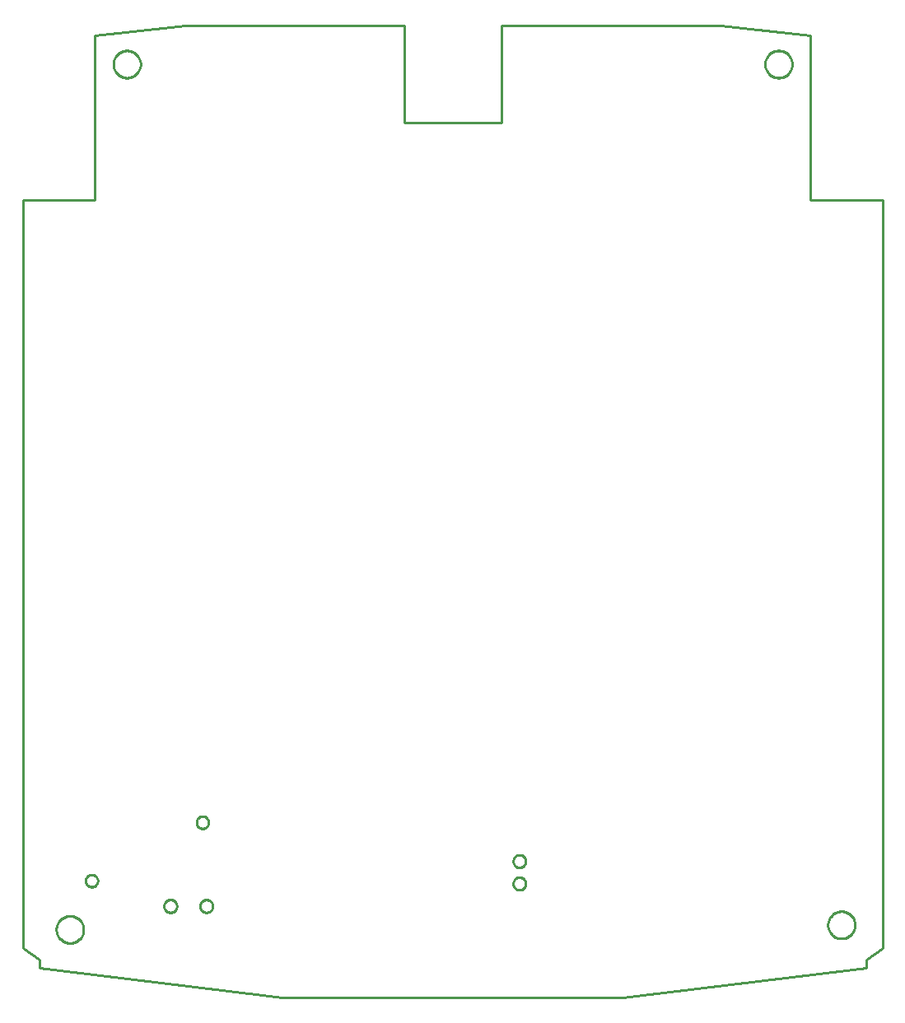
<source format=gbr>
G04 EAGLE Gerber X2 export*
%TF.Part,Single*%
%TF.FileFunction,Profile,NP*%
%TF.FilePolarity,Positive*%
%TF.GenerationSoftware,Autodesk,EAGLE,9.2.0*%
%TF.CreationDate,2018-10-30T13:39:06Z*%
G75*
%MOMM*%
%FSLAX34Y34*%
%LPD*%
%IN*%
%IPPOS*%
%AMOC8*
5,1,8,0,0,1.08239X$1,22.5*%
G01*
%ADD10C,0.254000*%


D10*
X-17800Y820000D02*
X-17700Y50800D01*
X-800Y38900D01*
X-800Y30000D01*
X249200Y0D01*
X599200Y0D01*
X849200Y30000D01*
X849200Y38900D01*
X866200Y50800D01*
X866200Y820000D01*
X792200Y820000D01*
X792200Y990000D01*
X699200Y1000000D01*
X474200Y1000000D01*
X474200Y900000D01*
X374200Y900000D01*
X374200Y1000000D01*
X149200Y1000000D01*
X56200Y990000D01*
X56200Y820000D01*
X-17800Y820000D01*
X59250Y119649D02*
X59171Y118951D01*
X59015Y118267D01*
X58783Y117604D01*
X58479Y116972D01*
X58105Y116378D01*
X57668Y115829D01*
X57171Y115332D01*
X56622Y114895D01*
X56028Y114521D01*
X55396Y114217D01*
X54733Y113985D01*
X54049Y113829D01*
X53351Y113750D01*
X52649Y113750D01*
X51951Y113829D01*
X51267Y113985D01*
X50604Y114217D01*
X49972Y114521D01*
X49378Y114895D01*
X48829Y115332D01*
X48332Y115829D01*
X47895Y116378D01*
X47521Y116972D01*
X47217Y117604D01*
X46985Y118267D01*
X46829Y118951D01*
X46750Y119649D01*
X46750Y120351D01*
X46829Y121049D01*
X46985Y121733D01*
X47217Y122396D01*
X47521Y123028D01*
X47895Y123622D01*
X48332Y124171D01*
X48829Y124668D01*
X49378Y125105D01*
X49972Y125479D01*
X50604Y125783D01*
X51267Y126015D01*
X51951Y126171D01*
X52649Y126250D01*
X53351Y126250D01*
X54049Y126171D01*
X54733Y126015D01*
X55396Y125783D01*
X56028Y125479D01*
X56622Y125105D01*
X57171Y124668D01*
X57668Y124171D01*
X58105Y123622D01*
X58479Y123028D01*
X58783Y122396D01*
X59015Y121733D01*
X59171Y121049D01*
X59250Y120351D01*
X59250Y119649D01*
X173250Y179649D02*
X173171Y178951D01*
X173015Y178267D01*
X172783Y177604D01*
X172479Y176972D01*
X172105Y176378D01*
X171668Y175829D01*
X171171Y175332D01*
X170622Y174895D01*
X170028Y174521D01*
X169396Y174217D01*
X168733Y173985D01*
X168049Y173829D01*
X167351Y173750D01*
X166649Y173750D01*
X165951Y173829D01*
X165267Y173985D01*
X164604Y174217D01*
X163972Y174521D01*
X163378Y174895D01*
X162829Y175332D01*
X162332Y175829D01*
X161895Y176378D01*
X161521Y176972D01*
X161217Y177604D01*
X160985Y178267D01*
X160829Y178951D01*
X160750Y179649D01*
X160750Y180351D01*
X160829Y181049D01*
X160985Y181733D01*
X161217Y182396D01*
X161521Y183028D01*
X161895Y183622D01*
X162332Y184171D01*
X162829Y184668D01*
X163378Y185105D01*
X163972Y185479D01*
X164604Y185783D01*
X165267Y186015D01*
X165951Y186171D01*
X166649Y186250D01*
X167351Y186250D01*
X168049Y186171D01*
X168733Y186015D01*
X169396Y185783D01*
X170028Y185479D01*
X170622Y185105D01*
X171171Y184668D01*
X171668Y184171D01*
X172105Y183622D01*
X172479Y183028D01*
X172783Y182396D01*
X173015Y181733D01*
X173171Y181049D01*
X173250Y180351D01*
X173250Y179649D01*
X103200Y959500D02*
X103129Y958503D01*
X102986Y957513D01*
X102774Y956536D01*
X102492Y955576D01*
X102143Y954639D01*
X101727Y953729D01*
X101248Y952852D01*
X100707Y952010D01*
X100108Y951210D01*
X99453Y950454D01*
X98746Y949747D01*
X97990Y949092D01*
X97190Y948493D01*
X96348Y947952D01*
X95471Y947473D01*
X94561Y947057D01*
X93624Y946708D01*
X92665Y946426D01*
X91687Y946214D01*
X90698Y946071D01*
X89700Y946000D01*
X88700Y946000D01*
X87703Y946071D01*
X86713Y946214D01*
X85736Y946426D01*
X84776Y946708D01*
X83839Y947057D01*
X82929Y947473D01*
X82052Y947952D01*
X81210Y948493D01*
X80410Y949092D01*
X79654Y949747D01*
X78947Y950454D01*
X78292Y951210D01*
X77693Y952010D01*
X77152Y952852D01*
X76673Y953729D01*
X76257Y954639D01*
X75908Y955576D01*
X75626Y956536D01*
X75414Y957513D01*
X75271Y958503D01*
X75200Y959500D01*
X75200Y960500D01*
X75271Y961498D01*
X75414Y962487D01*
X75626Y963465D01*
X75908Y964424D01*
X76257Y965361D01*
X76673Y966271D01*
X77152Y967148D01*
X77693Y967990D01*
X78292Y968790D01*
X78947Y969546D01*
X79654Y970253D01*
X80410Y970908D01*
X81210Y971507D01*
X82052Y972048D01*
X82929Y972527D01*
X83839Y972943D01*
X84776Y973292D01*
X85736Y973574D01*
X86713Y973786D01*
X87703Y973929D01*
X88700Y974000D01*
X89700Y974000D01*
X90698Y973929D01*
X91687Y973786D01*
X92665Y973574D01*
X93624Y973292D01*
X94561Y972943D01*
X95471Y972527D01*
X96348Y972048D01*
X97190Y971507D01*
X97990Y970908D01*
X98746Y970253D01*
X99453Y969546D01*
X100108Y968790D01*
X100707Y967990D01*
X101248Y967148D01*
X101727Y966271D01*
X102143Y965361D01*
X102492Y964424D01*
X102774Y963465D01*
X102986Y962487D01*
X103129Y961498D01*
X103200Y960500D01*
X103200Y959500D01*
X773200Y959500D02*
X773129Y958503D01*
X772986Y957513D01*
X772774Y956536D01*
X772492Y955576D01*
X772143Y954639D01*
X771727Y953729D01*
X771248Y952852D01*
X770707Y952010D01*
X770108Y951210D01*
X769453Y950454D01*
X768746Y949747D01*
X767990Y949092D01*
X767190Y948493D01*
X766348Y947952D01*
X765471Y947473D01*
X764561Y947057D01*
X763624Y946708D01*
X762665Y946426D01*
X761687Y946214D01*
X760698Y946071D01*
X759700Y946000D01*
X758700Y946000D01*
X757703Y946071D01*
X756713Y946214D01*
X755736Y946426D01*
X754776Y946708D01*
X753839Y947057D01*
X752929Y947473D01*
X752052Y947952D01*
X751210Y948493D01*
X750410Y949092D01*
X749654Y949747D01*
X748947Y950454D01*
X748292Y951210D01*
X747693Y952010D01*
X747152Y952852D01*
X746673Y953729D01*
X746257Y954639D01*
X745908Y955576D01*
X745626Y956536D01*
X745414Y957513D01*
X745271Y958503D01*
X745200Y959500D01*
X745200Y960500D01*
X745271Y961498D01*
X745414Y962487D01*
X745626Y963465D01*
X745908Y964424D01*
X746257Y965361D01*
X746673Y966271D01*
X747152Y967148D01*
X747693Y967990D01*
X748292Y968790D01*
X748947Y969546D01*
X749654Y970253D01*
X750410Y970908D01*
X751210Y971507D01*
X752052Y972048D01*
X752929Y972527D01*
X753839Y972943D01*
X754776Y973292D01*
X755736Y973574D01*
X756713Y973786D01*
X757703Y973929D01*
X758700Y974000D01*
X759700Y974000D01*
X760698Y973929D01*
X761687Y973786D01*
X762665Y973574D01*
X763624Y973292D01*
X764561Y972943D01*
X765471Y972527D01*
X766348Y972048D01*
X767190Y971507D01*
X767990Y970908D01*
X768746Y970253D01*
X769453Y969546D01*
X770108Y968790D01*
X770707Y967990D01*
X771248Y967148D01*
X771727Y966271D01*
X772143Y965361D01*
X772492Y964424D01*
X772774Y963465D01*
X772986Y962487D01*
X773129Y961498D01*
X773200Y960500D01*
X773200Y959500D01*
X44680Y69380D02*
X44609Y68383D01*
X44466Y67393D01*
X44254Y66416D01*
X43972Y65456D01*
X43623Y64519D01*
X43207Y63609D01*
X42728Y62732D01*
X42187Y61890D01*
X41588Y61090D01*
X40933Y60334D01*
X40226Y59627D01*
X39470Y58972D01*
X38670Y58373D01*
X37828Y57832D01*
X36951Y57353D01*
X36041Y56937D01*
X35104Y56588D01*
X34145Y56306D01*
X33167Y56094D01*
X32178Y55951D01*
X31180Y55880D01*
X30180Y55880D01*
X29183Y55951D01*
X28193Y56094D01*
X27216Y56306D01*
X26256Y56588D01*
X25319Y56937D01*
X24409Y57353D01*
X23532Y57832D01*
X22690Y58373D01*
X21890Y58972D01*
X21134Y59627D01*
X20427Y60334D01*
X19772Y61090D01*
X19173Y61890D01*
X18632Y62732D01*
X18153Y63609D01*
X17737Y64519D01*
X17388Y65456D01*
X17106Y66416D01*
X16894Y67393D01*
X16751Y68383D01*
X16680Y69380D01*
X16680Y70380D01*
X16751Y71378D01*
X16894Y72367D01*
X17106Y73345D01*
X17388Y74304D01*
X17737Y75241D01*
X18153Y76151D01*
X18632Y77028D01*
X19173Y77870D01*
X19772Y78670D01*
X20427Y79426D01*
X21134Y80133D01*
X21890Y80788D01*
X22690Y81387D01*
X23532Y81928D01*
X24409Y82407D01*
X25319Y82823D01*
X26256Y83172D01*
X27216Y83454D01*
X28193Y83666D01*
X29183Y83809D01*
X30180Y83880D01*
X31180Y83880D01*
X32178Y83809D01*
X33167Y83666D01*
X34145Y83454D01*
X35104Y83172D01*
X36041Y82823D01*
X36951Y82407D01*
X37828Y81928D01*
X38670Y81387D01*
X39470Y80788D01*
X40226Y80133D01*
X40933Y79426D01*
X41588Y78670D01*
X42187Y77870D01*
X42728Y77028D01*
X43207Y76151D01*
X43623Y75241D01*
X43972Y74304D01*
X44254Y73345D01*
X44466Y72367D01*
X44609Y71378D01*
X44680Y70380D01*
X44680Y69380D01*
X837880Y74000D02*
X837809Y73003D01*
X837666Y72013D01*
X837454Y71036D01*
X837172Y70076D01*
X836823Y69139D01*
X836407Y68229D01*
X835928Y67352D01*
X835387Y66510D01*
X834788Y65710D01*
X834133Y64954D01*
X833426Y64247D01*
X832670Y63592D01*
X831870Y62993D01*
X831028Y62452D01*
X830151Y61973D01*
X829241Y61557D01*
X828304Y61208D01*
X827345Y60926D01*
X826367Y60714D01*
X825378Y60571D01*
X824380Y60500D01*
X823380Y60500D01*
X822383Y60571D01*
X821393Y60714D01*
X820416Y60926D01*
X819456Y61208D01*
X818519Y61557D01*
X817609Y61973D01*
X816732Y62452D01*
X815890Y62993D01*
X815090Y63592D01*
X814334Y64247D01*
X813627Y64954D01*
X812972Y65710D01*
X812373Y66510D01*
X811832Y67352D01*
X811353Y68229D01*
X810937Y69139D01*
X810588Y70076D01*
X810306Y71036D01*
X810094Y72013D01*
X809951Y73003D01*
X809880Y74000D01*
X809880Y75000D01*
X809951Y75998D01*
X810094Y76987D01*
X810306Y77965D01*
X810588Y78924D01*
X810937Y79861D01*
X811353Y80771D01*
X811832Y81648D01*
X812373Y82490D01*
X812972Y83290D01*
X813627Y84046D01*
X814334Y84753D01*
X815090Y85408D01*
X815890Y86007D01*
X816732Y86548D01*
X817609Y87027D01*
X818519Y87443D01*
X819456Y87792D01*
X820416Y88074D01*
X821393Y88286D01*
X822383Y88429D01*
X823380Y88500D01*
X824380Y88500D01*
X825378Y88429D01*
X826367Y88286D01*
X827345Y88074D01*
X828304Y87792D01*
X829241Y87443D01*
X830151Y87027D01*
X831028Y86548D01*
X831870Y86007D01*
X832670Y85408D01*
X833426Y84753D01*
X834133Y84046D01*
X834788Y83290D01*
X835387Y82490D01*
X835928Y81648D01*
X836407Y80771D01*
X836823Y79861D01*
X837172Y78924D01*
X837454Y77965D01*
X837666Y76987D01*
X837809Y75998D01*
X837880Y75000D01*
X837880Y74000D01*
X140480Y93621D02*
X140417Y92985D01*
X140293Y92359D01*
X140107Y91748D01*
X139863Y91158D01*
X139562Y90594D01*
X139207Y90063D01*
X138802Y89570D01*
X138350Y89118D01*
X137857Y88713D01*
X137326Y88358D01*
X136762Y88057D01*
X136172Y87813D01*
X135561Y87627D01*
X134935Y87503D01*
X134299Y87440D01*
X133661Y87440D01*
X133025Y87503D01*
X132399Y87627D01*
X131788Y87813D01*
X131198Y88057D01*
X130634Y88358D01*
X130103Y88713D01*
X129610Y89118D01*
X129158Y89570D01*
X128753Y90063D01*
X128398Y90594D01*
X128097Y91158D01*
X127853Y91748D01*
X127667Y92359D01*
X127543Y92985D01*
X127480Y93621D01*
X127480Y94259D01*
X127543Y94895D01*
X127667Y95521D01*
X127853Y96132D01*
X128097Y96722D01*
X128398Y97286D01*
X128753Y97817D01*
X129158Y98310D01*
X129610Y98762D01*
X130103Y99167D01*
X130634Y99522D01*
X131198Y99823D01*
X131788Y100067D01*
X132399Y100253D01*
X133025Y100377D01*
X133661Y100440D01*
X134299Y100440D01*
X134935Y100377D01*
X135561Y100253D01*
X136172Y100067D01*
X136762Y99823D01*
X137326Y99522D01*
X137857Y99167D01*
X138350Y98762D01*
X138802Y98310D01*
X139207Y97817D01*
X139562Y97286D01*
X139863Y96722D01*
X140107Y96132D01*
X140293Y95521D01*
X140417Y94895D01*
X140480Y94259D01*
X140480Y93621D01*
X177440Y93621D02*
X177377Y92985D01*
X177253Y92359D01*
X177067Y91748D01*
X176823Y91158D01*
X176522Y90594D01*
X176167Y90063D01*
X175762Y89570D01*
X175310Y89118D01*
X174817Y88713D01*
X174286Y88358D01*
X173722Y88057D01*
X173132Y87813D01*
X172521Y87627D01*
X171895Y87503D01*
X171259Y87440D01*
X170621Y87440D01*
X169985Y87503D01*
X169359Y87627D01*
X168748Y87813D01*
X168158Y88057D01*
X167594Y88358D01*
X167063Y88713D01*
X166570Y89118D01*
X166118Y89570D01*
X165713Y90063D01*
X165358Y90594D01*
X165057Y91158D01*
X164813Y91748D01*
X164627Y92359D01*
X164503Y92985D01*
X164440Y93621D01*
X164440Y94259D01*
X164503Y94895D01*
X164627Y95521D01*
X164813Y96132D01*
X165057Y96722D01*
X165358Y97286D01*
X165713Y97817D01*
X166118Y98310D01*
X166570Y98762D01*
X167063Y99167D01*
X167594Y99522D01*
X168158Y99823D01*
X168748Y100067D01*
X169359Y100253D01*
X169985Y100377D01*
X170621Y100440D01*
X171259Y100440D01*
X171895Y100377D01*
X172521Y100253D01*
X173132Y100067D01*
X173722Y99823D01*
X174286Y99522D01*
X174817Y99167D01*
X175310Y98762D01*
X175762Y98310D01*
X176167Y97817D01*
X176522Y97286D01*
X176823Y96722D01*
X177067Y96132D01*
X177253Y95521D01*
X177377Y94895D01*
X177440Y94259D01*
X177440Y93621D01*
X499300Y116721D02*
X499237Y116085D01*
X499113Y115459D01*
X498927Y114848D01*
X498683Y114258D01*
X498382Y113694D01*
X498027Y113163D01*
X497622Y112670D01*
X497170Y112218D01*
X496677Y111813D01*
X496146Y111458D01*
X495582Y111157D01*
X494992Y110913D01*
X494381Y110727D01*
X493755Y110603D01*
X493119Y110540D01*
X492481Y110540D01*
X491845Y110603D01*
X491219Y110727D01*
X490608Y110913D01*
X490018Y111157D01*
X489454Y111458D01*
X488923Y111813D01*
X488430Y112218D01*
X487978Y112670D01*
X487573Y113163D01*
X487218Y113694D01*
X486917Y114258D01*
X486673Y114848D01*
X486487Y115459D01*
X486363Y116085D01*
X486300Y116721D01*
X486300Y117359D01*
X486363Y117995D01*
X486487Y118621D01*
X486673Y119232D01*
X486917Y119822D01*
X487218Y120386D01*
X487573Y120917D01*
X487978Y121410D01*
X488430Y121862D01*
X488923Y122267D01*
X489454Y122622D01*
X490018Y122923D01*
X490608Y123167D01*
X491219Y123353D01*
X491845Y123477D01*
X492481Y123540D01*
X493119Y123540D01*
X493755Y123477D01*
X494381Y123353D01*
X494992Y123167D01*
X495582Y122923D01*
X496146Y122622D01*
X496677Y122267D01*
X497170Y121862D01*
X497622Y121410D01*
X498027Y120917D01*
X498382Y120386D01*
X498683Y119822D01*
X498927Y119232D01*
X499113Y118621D01*
X499237Y117995D01*
X499300Y117359D01*
X499300Y116721D01*
X499300Y139821D02*
X499237Y139185D01*
X499113Y138559D01*
X498927Y137948D01*
X498683Y137358D01*
X498382Y136794D01*
X498027Y136263D01*
X497622Y135770D01*
X497170Y135318D01*
X496677Y134913D01*
X496146Y134558D01*
X495582Y134257D01*
X494992Y134013D01*
X494381Y133827D01*
X493755Y133703D01*
X493119Y133640D01*
X492481Y133640D01*
X491845Y133703D01*
X491219Y133827D01*
X490608Y134013D01*
X490018Y134257D01*
X489454Y134558D01*
X488923Y134913D01*
X488430Y135318D01*
X487978Y135770D01*
X487573Y136263D01*
X487218Y136794D01*
X486917Y137358D01*
X486673Y137948D01*
X486487Y138559D01*
X486363Y139185D01*
X486300Y139821D01*
X486300Y140459D01*
X486363Y141095D01*
X486487Y141721D01*
X486673Y142332D01*
X486917Y142922D01*
X487218Y143486D01*
X487573Y144017D01*
X487978Y144510D01*
X488430Y144962D01*
X488923Y145367D01*
X489454Y145722D01*
X490018Y146023D01*
X490608Y146267D01*
X491219Y146453D01*
X491845Y146577D01*
X492481Y146640D01*
X493119Y146640D01*
X493755Y146577D01*
X494381Y146453D01*
X494992Y146267D01*
X495582Y146023D01*
X496146Y145722D01*
X496677Y145367D01*
X497170Y144962D01*
X497622Y144510D01*
X498027Y144017D01*
X498382Y143486D01*
X498683Y142922D01*
X498927Y142332D01*
X499113Y141721D01*
X499237Y141095D01*
X499300Y140459D01*
X499300Y139821D01*
M02*

</source>
